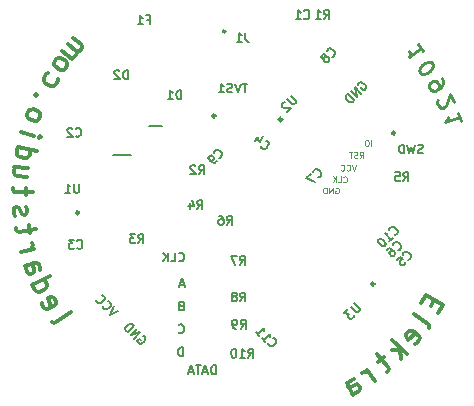
<source format=gbo>
G04 #@! TF.FileFunction,Legend,Bot*
%FSLAX46Y46*%
G04 Gerber Fmt 4.6, Leading zero omitted, Abs format (unit mm)*
G04 Created by KiCad (PCBNEW 4.0.7) date 11/15/18 02:42:05*
%MOMM*%
%LPD*%
G01*
G04 APERTURE LIST*
%ADD10C,0.100000*%
%ADD11C,0.150000*%
%ADD12C,0.250000*%
%ADD13C,0.300000*%
%ADD14C,0.125000*%
%ADD15C,0.200000*%
G04 APERTURE END LIST*
D10*
D11*
X17715000Y4640714D02*
X17715000Y5390714D01*
X17536428Y5390714D01*
X17429285Y5355000D01*
X17357857Y5283571D01*
X17322142Y5212143D01*
X17286428Y5069286D01*
X17286428Y4962143D01*
X17322142Y4819286D01*
X17357857Y4747857D01*
X17429285Y4676429D01*
X17536428Y4640714D01*
X17715000Y4640714D01*
X17000714Y4855000D02*
X16643571Y4855000D01*
X17072142Y4640714D02*
X16822142Y5390714D01*
X16572142Y4640714D01*
X16429285Y5390714D02*
X16000714Y5390714D01*
X16215000Y4640714D02*
X16215000Y5390714D01*
X15786428Y4855000D02*
X15429285Y4855000D01*
X15857856Y4640714D02*
X15607856Y5390714D01*
X15357856Y4640714D01*
X35247857Y23366429D02*
X35140714Y23330714D01*
X34962143Y23330714D01*
X34890714Y23366429D01*
X34855000Y23402143D01*
X34819285Y23473571D01*
X34819285Y23545000D01*
X34855000Y23616429D01*
X34890714Y23652143D01*
X34962143Y23687857D01*
X35105000Y23723571D01*
X35176428Y23759286D01*
X35212143Y23795000D01*
X35247857Y23866429D01*
X35247857Y23937857D01*
X35212143Y24009286D01*
X35176428Y24045000D01*
X35105000Y24080714D01*
X34926428Y24080714D01*
X34819285Y24045000D01*
X34569285Y24080714D02*
X34390714Y23330714D01*
X34247857Y23866429D01*
X34104999Y23330714D01*
X33926428Y24080714D01*
X33640714Y23330714D02*
X33640714Y24080714D01*
X33462142Y24080714D01*
X33354999Y24045000D01*
X33283571Y23973571D01*
X33247856Y23902143D01*
X33212142Y23759286D01*
X33212142Y23652143D01*
X33247856Y23509286D01*
X33283571Y23437857D01*
X33354999Y23366429D01*
X33462142Y23330714D01*
X33640714Y23330714D01*
X29738896Y29149226D02*
X29764150Y29224987D01*
X29839911Y29300749D01*
X29940927Y29351257D01*
X30041942Y29351256D01*
X30117703Y29326003D01*
X30243972Y29250242D01*
X30319734Y29174480D01*
X30395495Y29048211D01*
X30420749Y28972449D01*
X30420749Y28871435D01*
X30370242Y28770419D01*
X30319734Y28719911D01*
X30218718Y28669404D01*
X30168211Y28669404D01*
X29991434Y28846180D01*
X30092449Y28947195D01*
X29991435Y28391612D02*
X29461104Y28921942D01*
X29688388Y28088565D01*
X29158058Y28618896D01*
X29435851Y27836028D02*
X28905521Y28366358D01*
X28779251Y28240089D01*
X28728743Y28139073D01*
X28728744Y28038058D01*
X28753997Y27962297D01*
X28829758Y27836028D01*
X28905520Y27760266D01*
X29031789Y27684505D01*
X29107551Y27659251D01*
X29208565Y27659251D01*
X29309581Y27709758D01*
X29435851Y27836028D01*
X11559226Y7911104D02*
X11634987Y7885850D01*
X11710749Y7810089D01*
X11761257Y7709073D01*
X11761256Y7608058D01*
X11736003Y7532297D01*
X11660242Y7406028D01*
X11584480Y7330266D01*
X11458211Y7254505D01*
X11382449Y7229251D01*
X11281435Y7229251D01*
X11180419Y7279758D01*
X11129911Y7330266D01*
X11079404Y7431282D01*
X11079404Y7481789D01*
X11256180Y7658566D01*
X11357195Y7557551D01*
X10801612Y7658565D02*
X11331942Y8188896D01*
X10498565Y7961612D01*
X11028896Y8491942D01*
X10246028Y8214149D02*
X10776358Y8744479D01*
X10650089Y8870749D01*
X10549073Y8921257D01*
X10448058Y8921256D01*
X10372297Y8896003D01*
X10246028Y8820242D01*
X10170266Y8744480D01*
X10094505Y8618211D01*
X10069251Y8542449D01*
X10069251Y8441435D01*
X10119758Y8340419D01*
X10246028Y8214149D01*
X9457525Y10023313D02*
X8750418Y9669759D01*
X9103971Y10376866D01*
X8144327Y10376866D02*
X8144327Y10326359D01*
X8194834Y10225343D01*
X8245342Y10174835D01*
X8346358Y10124328D01*
X8447372Y10124328D01*
X8523135Y10149581D01*
X8649404Y10225343D01*
X8725165Y10301104D01*
X8800927Y10427373D01*
X8826179Y10503135D01*
X8826180Y10604150D01*
X8775672Y10705165D01*
X8725164Y10755673D01*
X8624149Y10806181D01*
X8573642Y10806181D01*
X7613997Y10907196D02*
X7613997Y10856689D01*
X7664504Y10755673D01*
X7715012Y10705165D01*
X7816028Y10654658D01*
X7917042Y10654658D01*
X7992805Y10679911D01*
X8119073Y10755673D01*
X8194835Y10831435D01*
X8270596Y10957703D01*
X8295849Y11033465D01*
X8295850Y11134480D01*
X8245342Y11235495D01*
X8194834Y11286003D01*
X8093819Y11336511D01*
X8043312Y11336511D01*
X14586428Y14262143D02*
X14622142Y14226429D01*
X14729285Y14190714D01*
X14800714Y14190714D01*
X14907857Y14226429D01*
X14979285Y14297857D01*
X15015000Y14369286D01*
X15050714Y14512143D01*
X15050714Y14619286D01*
X15015000Y14762143D01*
X14979285Y14833571D01*
X14907857Y14905000D01*
X14800714Y14940714D01*
X14729285Y14940714D01*
X14622142Y14905000D01*
X14586428Y14869286D01*
X13907857Y14190714D02*
X14265000Y14190714D01*
X14265000Y14940714D01*
X13657857Y14190714D02*
X13657857Y14940714D01*
X13229285Y14190714D02*
X13550714Y14619286D01*
X13229285Y14940714D02*
X13657857Y14512143D01*
X14946429Y6160714D02*
X14946429Y6910714D01*
X14767857Y6910714D01*
X14660714Y6875000D01*
X14589286Y6803571D01*
X14553571Y6732143D01*
X14517857Y6589286D01*
X14517857Y6482143D01*
X14553571Y6339286D01*
X14589286Y6267857D01*
X14660714Y6196429D01*
X14767857Y6160714D01*
X14946429Y6160714D01*
X14567857Y8182143D02*
X14603571Y8146429D01*
X14710714Y8110714D01*
X14782143Y8110714D01*
X14889286Y8146429D01*
X14960714Y8217857D01*
X14996429Y8289286D01*
X15032143Y8432143D01*
X15032143Y8539286D01*
X14996429Y8682143D01*
X14960714Y8753571D01*
X14889286Y8825000D01*
X14782143Y8860714D01*
X14710714Y8860714D01*
X14603571Y8825000D01*
X14567857Y8789286D01*
X14746429Y10433571D02*
X14639286Y10397857D01*
X14603571Y10362143D01*
X14567857Y10290714D01*
X14567857Y10183571D01*
X14603571Y10112143D01*
X14639286Y10076429D01*
X14710714Y10040714D01*
X14996429Y10040714D01*
X14996429Y10790714D01*
X14746429Y10790714D01*
X14675000Y10755000D01*
X14639286Y10719286D01*
X14603571Y10647857D01*
X14603571Y10576429D01*
X14639286Y10505000D01*
X14675000Y10469286D01*
X14746429Y10433571D01*
X14996429Y10433571D01*
X15032142Y12235000D02*
X14674999Y12235000D01*
X15103570Y12020714D02*
X14853570Y12770714D01*
X14603570Y12020714D01*
D12*
X38481313Y26060486D02*
X38227241Y26758543D01*
X38354277Y26409514D02*
X37132676Y25964888D01*
X37264846Y26144750D01*
X37338843Y26303437D01*
X37354669Y26440954D01*
X36502845Y27824354D02*
X36472902Y27742087D01*
X36469121Y27603716D01*
X36599931Y27323192D01*
X36708361Y27237144D01*
X36790627Y27207202D01*
X36928999Y27203421D01*
X37041209Y27255746D01*
X37183360Y27390337D01*
X37542673Y28377539D01*
X37882780Y27648177D01*
X36838624Y29713770D02*
X36962434Y29499326D01*
X36970727Y29361151D01*
X36948069Y29276588D01*
X36849140Y29076509D01*
X36665648Y28899088D01*
X36236759Y28651469D01*
X36098585Y28643176D01*
X36014021Y28665834D01*
X35898505Y28742104D01*
X35774696Y28956548D01*
X35766402Y29094722D01*
X35789061Y29179286D01*
X35865331Y29294802D01*
X36133386Y29449564D01*
X36271561Y29457858D01*
X36356124Y29435198D01*
X36471640Y29358929D01*
X36595450Y29144485D01*
X36603743Y29006310D01*
X36581085Y28921747D01*
X36504815Y28806231D01*
X34969561Y30246612D02*
X35040575Y30145193D01*
X35162299Y30079281D01*
X35248516Y30064079D01*
X35385441Y30084384D01*
X35623786Y30175703D01*
X35877333Y30353239D01*
X36044663Y30545977D01*
X36110576Y30667700D01*
X36125777Y30753916D01*
X36105472Y30890843D01*
X36034459Y30992261D01*
X35912734Y31058173D01*
X35826519Y31073375D01*
X35689593Y31053070D01*
X35451248Y30961752D01*
X35197700Y30784216D01*
X35030370Y30591478D01*
X34964459Y30469754D01*
X34949256Y30383538D01*
X34969561Y30246612D01*
X35293945Y32015975D02*
X34816446Y32585037D01*
X35055196Y32300505D02*
X34059338Y31464882D01*
X34122020Y31679101D01*
X34137280Y31853527D01*
X34105119Y31988163D01*
D13*
X36199336Y10940932D02*
X35916002Y10450184D01*
X36565750Y9794625D02*
X36970512Y10495693D01*
X35498268Y11345693D01*
X35093506Y10644625D01*
X35752553Y8588596D02*
X35779105Y8767654D01*
X35692913Y8926831D01*
X34499292Y9762613D01*
X34557974Y7218110D02*
X34724058Y7290101D01*
X34932199Y7538153D01*
X34974256Y7714215D01*
X34902264Y7880299D01*
X34406159Y8296580D01*
X34230099Y8338637D01*
X34064015Y8266646D01*
X33855874Y8018594D01*
X33813817Y7842532D01*
X33885808Y7676449D01*
X34009834Y7572379D01*
X34654212Y8088439D01*
X33875119Y6370012D02*
X32673037Y7572093D01*
X33302699Y6713463D02*
X33417183Y5912076D01*
X32615795Y6713464D02*
X33531666Y6713464D01*
X31936902Y6106784D02*
X31440797Y5690502D01*
X31386616Y6384770D02*
X32323249Y5268534D01*
X32365307Y5092473D01*
X32293316Y4926389D01*
X32169290Y4822318D01*
X31164877Y4074827D02*
X30514823Y5003200D01*
X30700553Y4737950D02*
X30541376Y4824143D01*
X30428631Y4844022D01*
X30249574Y4817471D01*
X30116950Y4724606D01*
X29313780Y2919487D02*
X28868542Y3690663D01*
X28857696Y3871352D01*
X28957433Y4022411D01*
X29237860Y4184316D01*
X29418551Y4195161D01*
X29273304Y2989594D02*
X29453993Y3000439D01*
X29804527Y3202820D01*
X29904265Y3353880D01*
X29893419Y3534570D01*
X29812467Y3674783D01*
X29661408Y3774520D01*
X29480718Y3763674D01*
X29130184Y3561293D01*
X28949494Y3550449D01*
X4703555Y32027755D02*
X5571739Y31299262D01*
X5447712Y31403332D02*
X5561760Y31413310D01*
X5727844Y31485301D01*
X5883950Y31671340D01*
X5926007Y31847402D01*
X5854016Y32013485D01*
X5171871Y32585873D01*
X5854016Y32013485D02*
X6030077Y31971429D01*
X6196161Y32043419D01*
X6352267Y32229459D01*
X6394323Y32405520D01*
X6322333Y32571603D01*
X5640188Y33143991D01*
X3889098Y9100372D02*
X4048275Y9014180D01*
X4227332Y9040733D01*
X5420953Y9876515D01*
X3009832Y10691643D02*
X3020677Y10510953D01*
X3182582Y10230526D01*
X3333642Y10130789D01*
X3514332Y10141635D01*
X4075186Y10465444D01*
X4174923Y10616503D01*
X4164078Y10797193D01*
X4002173Y11077620D01*
X3851114Y11177357D01*
X3670425Y11166512D01*
X3530211Y11085559D01*
X3794758Y10303539D01*
X2172735Y12210327D02*
X3713458Y12928778D01*
X2246103Y12244539D02*
X2241158Y12063592D01*
X2378006Y11770120D01*
X2519799Y11657597D01*
X2627378Y11618441D01*
X2808326Y11613498D01*
X3248532Y11818769D01*
X3361056Y11960561D01*
X3400212Y12068140D01*
X3405156Y12249088D01*
X3268308Y12542559D01*
X3126516Y12655082D01*
X1561658Y13793717D02*
X2398433Y14098278D01*
X2578260Y14077582D01*
X2709706Y13953129D01*
X2820455Y13648848D01*
X2799759Y13469020D01*
X1637729Y13821405D02*
X1617033Y13641577D01*
X1755469Y13261225D01*
X1886915Y13136772D01*
X2066743Y13116076D01*
X2218883Y13171451D01*
X2343337Y13302896D01*
X2364032Y13482724D01*
X2225595Y13863076D01*
X2246292Y14042903D01*
X1216620Y14955177D02*
X2311336Y15248506D01*
X1998560Y15164698D02*
X2133996Y15284795D01*
X2191237Y15383942D01*
X2227528Y15561281D01*
X2185624Y15717669D01*
X1999671Y16608949D02*
X1887213Y17246729D01*
X2515556Y16946517D02*
X1080551Y16693487D01*
X907049Y16745095D01*
X799211Y16890483D01*
X771097Y17049928D01*
X727769Y18058642D02*
X633013Y18212874D01*
X604791Y18535452D01*
X671325Y18703796D01*
X825559Y18798551D01*
X906203Y18805607D01*
X1074547Y18739074D01*
X1169302Y18584840D01*
X1190468Y18342907D01*
X1285223Y18188674D01*
X1453568Y18122141D01*
X1534212Y18129196D01*
X1688445Y18223951D01*
X1754979Y18392296D01*
X1733813Y18634229D01*
X1639057Y18788462D01*
X4061718Y31146155D02*
X4035165Y30967097D01*
X4055045Y30854353D01*
X4141238Y30695176D01*
X4539112Y30416582D01*
X4718169Y30390029D01*
X4830913Y30409909D01*
X4990090Y30496101D01*
X5129387Y30695038D01*
X5155940Y30874095D01*
X5136060Y30986840D01*
X5049868Y31146017D01*
X4651994Y31424611D01*
X4472936Y31451164D01*
X4360192Y31431284D01*
X4201015Y31345092D01*
X4061718Y31146155D01*
X3484118Y30129845D02*
X3333059Y30030108D01*
X3171154Y29749681D01*
X3160309Y29568990D01*
X3189939Y29458408D01*
X3289677Y29307349D01*
X3710318Y29064492D01*
X3891008Y29053646D01*
X4001590Y29083276D01*
X4152650Y29183014D01*
X4314555Y29463441D01*
X4325400Y29644131D01*
X2566401Y28250793D02*
X2527245Y28358372D01*
X2419665Y28319217D01*
X2458821Y28211637D01*
X2566401Y28250793D01*
X2419665Y28319217D01*
X1719964Y26641227D02*
X1740661Y26461398D01*
X1789043Y26357641D01*
X1913497Y26226196D01*
X2369919Y26060072D01*
X2549747Y26080768D01*
X2653504Y26129150D01*
X2784950Y26253604D01*
X2868012Y26481815D01*
X2847316Y26661643D01*
X2798933Y26765400D01*
X2674480Y26896846D01*
X2218058Y27062970D01*
X2038229Y27042274D01*
X1934472Y26993891D01*
X1803026Y26869438D01*
X1719964Y26641227D01*
X1242133Y25140036D02*
X2336849Y24846708D01*
X2884207Y24700044D02*
X2785061Y24642802D01*
X2727819Y24741948D01*
X2826965Y24799189D01*
X2884207Y24700044D01*
X2727819Y24741948D01*
X928785Y23844372D02*
X2602958Y23549171D01*
X1008508Y23830315D02*
X900671Y23684928D01*
X844442Y23366038D01*
X896050Y23192535D01*
X961715Y23098756D01*
X1107104Y22990919D01*
X1585438Y22906576D01*
X1758941Y22958183D01*
X1852720Y23023848D01*
X1960558Y23169236D01*
X2016787Y23488127D01*
X1965178Y23661628D01*
X1795319Y22068801D02*
X666298Y22167578D01*
X1731820Y21343003D02*
X844733Y21420613D01*
X690499Y21515368D01*
X623965Y21683712D01*
X645132Y21925645D01*
X739888Y22079878D01*
X827587Y22153467D01*
X1684286Y19786191D02*
X1684286Y20433810D01*
X2250952Y20029048D02*
X793810Y20029048D01*
X631905Y20110000D01*
X550952Y20271905D01*
X550952Y20433810D01*
D14*
X28517619Y20931429D02*
X28541429Y20907619D01*
X28612857Y20883810D01*
X28660476Y20883810D01*
X28731905Y20907619D01*
X28779524Y20955238D01*
X28803333Y21002857D01*
X28827143Y21098095D01*
X28827143Y21169524D01*
X28803333Y21264762D01*
X28779524Y21312381D01*
X28731905Y21360000D01*
X28660476Y21383810D01*
X28612857Y21383810D01*
X28541429Y21360000D01*
X28517619Y21336190D01*
X28065238Y20883810D02*
X28303333Y20883810D01*
X28303333Y21383810D01*
X27898571Y20883810D02*
X27898571Y21383810D01*
X27612857Y20883810D02*
X27827143Y21169524D01*
X27612857Y21383810D02*
X27898571Y21098095D01*
D11*
D14*
X29903809Y22953810D02*
X30070476Y23191905D01*
X30189523Y22953810D02*
X30189523Y23453810D01*
X29999047Y23453810D01*
X29951428Y23430000D01*
X29927619Y23406190D01*
X29903809Y23358571D01*
X29903809Y23287143D01*
X29927619Y23239524D01*
X29951428Y23215714D01*
X29999047Y23191905D01*
X30189523Y23191905D01*
X29713333Y22977619D02*
X29641904Y22953810D01*
X29522857Y22953810D01*
X29475238Y22977619D01*
X29451428Y23001429D01*
X29427619Y23049048D01*
X29427619Y23096667D01*
X29451428Y23144286D01*
X29475238Y23168095D01*
X29522857Y23191905D01*
X29618095Y23215714D01*
X29665714Y23239524D01*
X29689523Y23263333D01*
X29713333Y23310952D01*
X29713333Y23358571D01*
X29689523Y23406190D01*
X29665714Y23430000D01*
X29618095Y23453810D01*
X29499047Y23453810D01*
X29427619Y23430000D01*
X29284762Y23453810D02*
X28999048Y23453810D01*
X29141905Y22953810D02*
X29141905Y23453810D01*
D11*
D14*
X29586666Y22383810D02*
X29419999Y21883810D01*
X29253333Y22383810D01*
X28800952Y21931429D02*
X28824762Y21907619D01*
X28896190Y21883810D01*
X28943809Y21883810D01*
X29015238Y21907619D01*
X29062857Y21955238D01*
X29086666Y22002857D01*
X29110476Y22098095D01*
X29110476Y22169524D01*
X29086666Y22264762D01*
X29062857Y22312381D01*
X29015238Y22360000D01*
X28943809Y22383810D01*
X28896190Y22383810D01*
X28824762Y22360000D01*
X28800952Y22336190D01*
X28300952Y21931429D02*
X28324762Y21907619D01*
X28396190Y21883810D01*
X28443809Y21883810D01*
X28515238Y21907619D01*
X28562857Y21955238D01*
X28586666Y22002857D01*
X28610476Y22098095D01*
X28610476Y22169524D01*
X28586666Y22264762D01*
X28562857Y22312381D01*
X28515238Y22360000D01*
X28443809Y22383810D01*
X28396190Y22383810D01*
X28324762Y22360000D01*
X28300952Y22336190D01*
D11*
D14*
X30881904Y23963810D02*
X30881904Y24463810D01*
X30548571Y24463810D02*
X30453333Y24463810D01*
X30405714Y24440000D01*
X30358095Y24392381D01*
X30334286Y24297143D01*
X30334286Y24130476D01*
X30358095Y24035238D01*
X30405714Y23987619D01*
X30453333Y23963810D01*
X30548571Y23963810D01*
X30596190Y23987619D01*
X30643809Y24035238D01*
X30667619Y24130476D01*
X30667619Y24297143D01*
X30643809Y24392381D01*
X30596190Y24440000D01*
X30548571Y24463810D01*
D11*
D14*
X27850953Y20420000D02*
X27898572Y20443810D01*
X27970000Y20443810D01*
X28041429Y20420000D01*
X28089048Y20372381D01*
X28112857Y20324762D01*
X28136667Y20229524D01*
X28136667Y20158095D01*
X28112857Y20062857D01*
X28089048Y20015238D01*
X28041429Y19967619D01*
X27970000Y19943810D01*
X27922381Y19943810D01*
X27850953Y19967619D01*
X27827143Y19991429D01*
X27827143Y20158095D01*
X27922381Y20158095D01*
X27612857Y19943810D02*
X27612857Y20443810D01*
X27327143Y19943810D01*
X27327143Y20443810D01*
X27089047Y19943810D02*
X27089047Y20443810D01*
X26970000Y20443810D01*
X26898571Y20420000D01*
X26850952Y20372381D01*
X26827143Y20324762D01*
X26803333Y20229524D01*
X26803333Y20158095D01*
X26827143Y20062857D01*
X26850952Y20015238D01*
X26898571Y19967619D01*
X26970000Y19943810D01*
X27089047Y19943810D01*
D11*
D12*
X31143191Y12285591D02*
G75*
G03X31143191Y12285591I-141421J0D01*
G01*
X6141421Y18310000D02*
G75*
G03X6141421Y18310000I-141421J0D01*
G01*
D15*
X8995000Y23220000D02*
X10545000Y23220000D01*
X13170000Y25695000D02*
X12070000Y25695000D01*
D12*
X23337068Y26212703D02*
G75*
G03X23337068Y26212703I-141421J0D01*
G01*
X17706421Y26520000D02*
G75*
G03X17706421Y26520000I-141421J0D01*
G01*
X18525000Y33675000D02*
G75*
G03X18525000Y33675000I-100000J0D01*
G01*
X32907654Y25058398D02*
G75*
G03X32907654Y25058398I-141422J0D01*
G01*
D11*
X26397791Y21308985D02*
X26448298Y21308985D01*
X26549314Y21359492D01*
X26599822Y21410000D01*
X26650329Y21511016D01*
X26650329Y21612030D01*
X26625075Y21687793D01*
X26549314Y21814061D01*
X26473552Y21889823D01*
X26347284Y21965584D01*
X26271522Y21990837D01*
X26170507Y21990838D01*
X26069492Y21940330D01*
X26018984Y21889822D01*
X25968476Y21788807D01*
X25968476Y21738300D01*
X25741192Y21612030D02*
X25387639Y21258477D01*
X26145253Y20955431D01*
X11879477Y34655789D02*
X12129477Y34655789D01*
X12129477Y34262932D02*
X12129477Y35012932D01*
X11772334Y35012932D01*
X11093762Y34262932D02*
X11522334Y34262932D01*
X11308048Y34262932D02*
X11308048Y35012932D01*
X11379477Y34905789D01*
X11450905Y34834361D01*
X11522334Y34798647D01*
X18655000Y17300714D02*
X18905000Y17657857D01*
X19083572Y17300714D02*
X19083572Y18050714D01*
X18797857Y18050714D01*
X18726429Y18015000D01*
X18690714Y17979286D01*
X18655000Y17907857D01*
X18655000Y17800714D01*
X18690714Y17729286D01*
X18726429Y17693571D01*
X18797857Y17657857D01*
X19083572Y17657857D01*
X18012143Y18050714D02*
X18155000Y18050714D01*
X18226429Y18015000D01*
X18262143Y17979286D01*
X18333572Y17872143D01*
X18369286Y17729286D01*
X18369286Y17443571D01*
X18333572Y17372143D01*
X18297857Y17336429D01*
X18226429Y17300714D01*
X18083572Y17300714D01*
X18012143Y17336429D01*
X17976429Y17372143D01*
X17940714Y17443571D01*
X17940714Y17622143D01*
X17976429Y17693571D01*
X18012143Y17729286D01*
X18083572Y17765000D01*
X18226429Y17765000D01*
X18297857Y17729286D01*
X18333572Y17693571D01*
X18369286Y17622143D01*
X19745000Y13920714D02*
X19995000Y14277857D01*
X20173572Y13920714D02*
X20173572Y14670714D01*
X19887857Y14670714D01*
X19816429Y14635000D01*
X19780714Y14599286D01*
X19745000Y14527857D01*
X19745000Y14420714D01*
X19780714Y14349286D01*
X19816429Y14313571D01*
X19887857Y14277857D01*
X20173572Y14277857D01*
X19495000Y14670714D02*
X18995000Y14670714D01*
X19316429Y13920714D01*
X19775000Y10800714D02*
X20025000Y11157857D01*
X20203572Y10800714D02*
X20203572Y11550714D01*
X19917857Y11550714D01*
X19846429Y11515000D01*
X19810714Y11479286D01*
X19775000Y11407857D01*
X19775000Y11300714D01*
X19810714Y11229286D01*
X19846429Y11193571D01*
X19917857Y11157857D01*
X20203572Y11157857D01*
X19346429Y11229286D02*
X19417857Y11265000D01*
X19453572Y11300714D01*
X19489286Y11372143D01*
X19489286Y11407857D01*
X19453572Y11479286D01*
X19417857Y11515000D01*
X19346429Y11550714D01*
X19203572Y11550714D01*
X19132143Y11515000D01*
X19096429Y11479286D01*
X19060714Y11407857D01*
X19060714Y11372143D01*
X19096429Y11300714D01*
X19132143Y11265000D01*
X19203572Y11229286D01*
X19346429Y11229286D01*
X19417857Y11193571D01*
X19453572Y11157857D01*
X19489286Y11086429D01*
X19489286Y10943571D01*
X19453572Y10872143D01*
X19417857Y10836429D01*
X19346429Y10800714D01*
X19203572Y10800714D01*
X19132143Y10836429D01*
X19096429Y10872143D01*
X19060714Y10943571D01*
X19060714Y11086429D01*
X19096429Y11157857D01*
X19132143Y11193571D01*
X19203572Y11229286D01*
X19815000Y8510714D02*
X20065000Y8867857D01*
X20243572Y8510714D02*
X20243572Y9260714D01*
X19957857Y9260714D01*
X19886429Y9225000D01*
X19850714Y9189286D01*
X19815000Y9117857D01*
X19815000Y9010714D01*
X19850714Y8939286D01*
X19886429Y8903571D01*
X19957857Y8867857D01*
X20243572Y8867857D01*
X19457857Y8510714D02*
X19315000Y8510714D01*
X19243572Y8546429D01*
X19207857Y8582143D01*
X19136429Y8689286D01*
X19100714Y8832143D01*
X19100714Y9117857D01*
X19136429Y9189286D01*
X19172143Y9225000D01*
X19243572Y9260714D01*
X19386429Y9260714D01*
X19457857Y9225000D01*
X19493572Y9189286D01*
X19529286Y9117857D01*
X19529286Y8939286D01*
X19493572Y8867857D01*
X19457857Y8832143D01*
X19386429Y8796429D01*
X19243572Y8796429D01*
X19172143Y8832143D01*
X19136429Y8867857D01*
X19100714Y8939286D01*
X20462143Y6050714D02*
X20712143Y6407857D01*
X20890715Y6050714D02*
X20890715Y6800714D01*
X20605000Y6800714D01*
X20533572Y6765000D01*
X20497857Y6729286D01*
X20462143Y6657857D01*
X20462143Y6550714D01*
X20497857Y6479286D01*
X20533572Y6443571D01*
X20605000Y6407857D01*
X20890715Y6407857D01*
X19747857Y6050714D02*
X20176429Y6050714D01*
X19962143Y6050714D02*
X19962143Y6800714D01*
X20033572Y6693571D01*
X20105000Y6622143D01*
X20176429Y6586429D01*
X19283571Y6800714D02*
X19212143Y6800714D01*
X19140714Y6765000D01*
X19105000Y6729286D01*
X19069286Y6657857D01*
X19033571Y6515000D01*
X19033571Y6336429D01*
X19069286Y6193571D01*
X19105000Y6122143D01*
X19140714Y6086429D01*
X19212143Y6050714D01*
X19283571Y6050714D01*
X19355000Y6086429D01*
X19390714Y6122143D01*
X19426429Y6193571D01*
X19462143Y6336429D01*
X19462143Y6515000D01*
X19426429Y6657857D01*
X19390714Y6729286D01*
X19355000Y6765000D01*
X19283571Y6800714D01*
X16145000Y18600714D02*
X16395000Y18957857D01*
X16573572Y18600714D02*
X16573572Y19350714D01*
X16287857Y19350714D01*
X16216429Y19315000D01*
X16180714Y19279286D01*
X16145000Y19207857D01*
X16145000Y19100714D01*
X16180714Y19029286D01*
X16216429Y18993571D01*
X16287857Y18957857D01*
X16573572Y18957857D01*
X15502143Y19100714D02*
X15502143Y18600714D01*
X15680714Y19386429D02*
X15859286Y18850714D01*
X15395000Y18850714D01*
X11155000Y15750714D02*
X11405000Y16107857D01*
X11583572Y15750714D02*
X11583572Y16500714D01*
X11297857Y16500714D01*
X11226429Y16465000D01*
X11190714Y16429286D01*
X11155000Y16357857D01*
X11155000Y16250714D01*
X11190714Y16179286D01*
X11226429Y16143571D01*
X11297857Y16107857D01*
X11583572Y16107857D01*
X10905000Y16500714D02*
X10440714Y16500714D01*
X10690714Y16215000D01*
X10583572Y16215000D01*
X10512143Y16179286D01*
X10476429Y16143571D01*
X10440714Y16072143D01*
X10440714Y15893571D01*
X10476429Y15822143D01*
X10512143Y15786429D01*
X10583572Y15750714D01*
X10797857Y15750714D01*
X10869286Y15786429D01*
X10905000Y15822143D01*
X16265000Y21570714D02*
X16515000Y21927857D01*
X16693572Y21570714D02*
X16693572Y22320714D01*
X16407857Y22320714D01*
X16336429Y22285000D01*
X16300714Y22249286D01*
X16265000Y22177857D01*
X16265000Y22070714D01*
X16300714Y21999286D01*
X16336429Y21963571D01*
X16407857Y21927857D01*
X16693572Y21927857D01*
X15979286Y22249286D02*
X15943572Y22285000D01*
X15872143Y22320714D01*
X15693572Y22320714D01*
X15622143Y22285000D01*
X15586429Y22249286D01*
X15550714Y22177857D01*
X15550714Y22106429D01*
X15586429Y21999286D01*
X16015000Y21570714D01*
X15550714Y21570714D01*
X26875000Y34730714D02*
X27125000Y35087857D01*
X27303572Y34730714D02*
X27303572Y35480714D01*
X27017857Y35480714D01*
X26946429Y35445000D01*
X26910714Y35409286D01*
X26875000Y35337857D01*
X26875000Y35230714D01*
X26910714Y35159286D01*
X26946429Y35123571D01*
X27017857Y35087857D01*
X27303572Y35087857D01*
X26160714Y34730714D02*
X26589286Y34730714D01*
X26375000Y34730714D02*
X26375000Y35480714D01*
X26446429Y35373571D01*
X26517857Y35302143D01*
X26589286Y35266429D01*
X17987792Y22978985D02*
X18038299Y22978985D01*
X18139315Y23029492D01*
X18189823Y23080000D01*
X18240330Y23181016D01*
X18240330Y23282030D01*
X18215076Y23357793D01*
X18139315Y23484061D01*
X18063553Y23559823D01*
X17937285Y23635584D01*
X17861523Y23660837D01*
X17760508Y23660838D01*
X17659493Y23610330D01*
X17608985Y23559822D01*
X17558477Y23458807D01*
X17558477Y23408300D01*
X17785762Y22675939D02*
X17684746Y22574924D01*
X17608985Y22549671D01*
X17558477Y22549670D01*
X17432208Y22574924D01*
X17305939Y22650685D01*
X17103908Y22852715D01*
X17078655Y22928478D01*
X17078655Y22978985D01*
X17103909Y23054746D01*
X17204924Y23155762D01*
X17280685Y23181015D01*
X17331193Y23181016D01*
X17406955Y23155762D01*
X17533223Y23029493D01*
X17558478Y22953731D01*
X17558477Y22903223D01*
X17533223Y22827462D01*
X17432208Y22726447D01*
X17356447Y22701193D01*
X17305939Y22701193D01*
X17230177Y22726447D01*
X27557792Y31538985D02*
X27608299Y31538985D01*
X27709315Y31589492D01*
X27759823Y31640000D01*
X27810330Y31741016D01*
X27810330Y31842030D01*
X27785076Y31917793D01*
X27709315Y32044061D01*
X27633553Y32119823D01*
X27507285Y32195584D01*
X27431523Y32220837D01*
X27330508Y32220838D01*
X27229493Y32170330D01*
X27178985Y32119822D01*
X27128477Y32018807D01*
X27128477Y31968300D01*
X27002208Y31488478D02*
X27027462Y31564238D01*
X27027462Y31614746D01*
X27002208Y31690508D01*
X26976955Y31715762D01*
X26901193Y31741016D01*
X26850685Y31741015D01*
X26774924Y31715762D01*
X26673909Y31614746D01*
X26648655Y31538985D01*
X26648655Y31488478D01*
X26673908Y31412715D01*
X26699162Y31387462D01*
X26774924Y31362208D01*
X26825431Y31362208D01*
X26901193Y31387462D01*
X27002208Y31488478D01*
X27077970Y31513731D01*
X27128478Y31513731D01*
X27204238Y31488478D01*
X27305254Y31387462D01*
X27330508Y31311701D01*
X27330507Y31261193D01*
X27305254Y31185431D01*
X27204239Y31084416D01*
X27128477Y31059163D01*
X27077970Y31059163D01*
X27002208Y31084416D01*
X26901192Y31185431D01*
X26875939Y31261193D01*
X26875939Y31311700D01*
X26901193Y31387462D01*
X33977792Y14328985D02*
X34028299Y14328985D01*
X34129315Y14379492D01*
X34179823Y14430000D01*
X34230330Y14531016D01*
X34230330Y14632030D01*
X34205076Y14707793D01*
X34129315Y14834061D01*
X34053553Y14909823D01*
X33927285Y14985584D01*
X33851523Y15010837D01*
X33750508Y15010838D01*
X33649493Y14960330D01*
X33598985Y14909822D01*
X33548477Y14808807D01*
X33548477Y14758300D01*
X33018148Y14328985D02*
X33270686Y14581523D01*
X33548478Y14354238D01*
X33497970Y14354239D01*
X33422208Y14328985D01*
X33295939Y14202716D01*
X33270685Y14126955D01*
X33270686Y14076447D01*
X33295939Y14000685D01*
X33422208Y13874416D01*
X33497970Y13849163D01*
X33548477Y13849163D01*
X33624239Y13874416D01*
X33750508Y14000685D01*
X33775762Y14076447D01*
X33775762Y14126955D01*
X21508985Y23972208D02*
X21508985Y23921701D01*
X21559492Y23820685D01*
X21610000Y23770177D01*
X21711016Y23719670D01*
X21812030Y23719670D01*
X21887793Y23744924D01*
X22014061Y23820685D01*
X22089823Y23896447D01*
X22165584Y24022715D01*
X22190837Y24098477D01*
X22190838Y24199492D01*
X22140330Y24300507D01*
X22089822Y24351015D01*
X21988807Y24401523D01*
X21938300Y24401523D01*
X21357462Y24729822D02*
X21003908Y24376269D01*
X21685762Y24805584D02*
X21433223Y24300507D01*
X21104924Y24628807D01*
X5965000Y15322143D02*
X6000714Y15286429D01*
X6107857Y15250714D01*
X6179286Y15250714D01*
X6286429Y15286429D01*
X6357857Y15357857D01*
X6393572Y15429286D01*
X6429286Y15572143D01*
X6429286Y15679286D01*
X6393572Y15822143D01*
X6357857Y15893571D01*
X6286429Y15965000D01*
X6179286Y16000714D01*
X6107857Y16000714D01*
X6000714Y15965000D01*
X5965000Y15929286D01*
X5715000Y16000714D02*
X5250714Y16000714D01*
X5500714Y15715000D01*
X5393572Y15715000D01*
X5322143Y15679286D01*
X5286429Y15643571D01*
X5250714Y15572143D01*
X5250714Y15393571D01*
X5286429Y15322143D01*
X5322143Y15286429D01*
X5393572Y15250714D01*
X5607857Y15250714D01*
X5679286Y15286429D01*
X5715000Y15322143D01*
X5845000Y24822143D02*
X5880714Y24786429D01*
X5987857Y24750714D01*
X6059286Y24750714D01*
X6166429Y24786429D01*
X6237857Y24857857D01*
X6273572Y24929286D01*
X6309286Y25072143D01*
X6309286Y25179286D01*
X6273572Y25322143D01*
X6237857Y25393571D01*
X6166429Y25465000D01*
X6059286Y25500714D01*
X5987857Y25500714D01*
X5880714Y25465000D01*
X5845000Y25429286D01*
X5559286Y25429286D02*
X5523572Y25465000D01*
X5452143Y25500714D01*
X5273572Y25500714D01*
X5202143Y25465000D01*
X5166429Y25429286D01*
X5130714Y25357857D01*
X5130714Y25286429D01*
X5166429Y25179286D01*
X5595000Y24750714D01*
X5130714Y24750714D01*
X25185000Y34792143D02*
X25220714Y34756429D01*
X25327857Y34720714D01*
X25399286Y34720714D01*
X25506429Y34756429D01*
X25577857Y34827857D01*
X25613572Y34899286D01*
X25649286Y35042143D01*
X25649286Y35149286D01*
X25613572Y35292143D01*
X25577857Y35363571D01*
X25506429Y35435000D01*
X25399286Y35470714D01*
X25327857Y35470714D01*
X25220714Y35435000D01*
X25185000Y35399286D01*
X24470714Y34720714D02*
X24899286Y34720714D01*
X24685000Y34720714D02*
X24685000Y35470714D01*
X24756429Y35363571D01*
X24827857Y35292143D01*
X24899286Y35256429D01*
X29433643Y10634479D02*
X29862958Y10205164D01*
X29888211Y10129403D01*
X29888211Y10078895D01*
X29862957Y10003133D01*
X29761942Y9902118D01*
X29686180Y9876865D01*
X29635672Y9876864D01*
X29559911Y9902118D01*
X29130596Y10331433D01*
X28928566Y10129403D02*
X28600266Y9801103D01*
X28979073Y9775849D01*
X28903313Y9700088D01*
X28878058Y9624327D01*
X28878059Y9573819D01*
X28903312Y9498057D01*
X29029581Y9371788D01*
X29105343Y9346535D01*
X29155850Y9346535D01*
X29231612Y9371788D01*
X29383135Y9523311D01*
X29408388Y9599073D01*
X29408388Y9649580D01*
X33127792Y15138985D02*
X33178299Y15138985D01*
X33279315Y15189492D01*
X33329823Y15240000D01*
X33380330Y15341016D01*
X33380330Y15442030D01*
X33355076Y15517793D01*
X33279315Y15644061D01*
X33203553Y15719823D01*
X33077285Y15795584D01*
X33001523Y15820837D01*
X32900508Y15820838D01*
X32799493Y15770330D01*
X32748985Y15719822D01*
X32698477Y15618807D01*
X32698477Y15568300D01*
X32193401Y15164238D02*
X32294416Y15265254D01*
X32370178Y15290508D01*
X32420685Y15290508D01*
X32546955Y15265254D01*
X32673223Y15189493D01*
X32875254Y14987462D01*
X32900508Y14911701D01*
X32900507Y14861193D01*
X32875254Y14785431D01*
X32774239Y14684416D01*
X32698477Y14659163D01*
X32647970Y14659163D01*
X32572208Y14684416D01*
X32445939Y14810685D01*
X32420686Y14886447D01*
X32420685Y14936955D01*
X32445939Y15012716D01*
X32546955Y15113731D01*
X32622715Y15138985D01*
X32673224Y15138985D01*
X32748985Y15113731D01*
X32850330Y16441523D02*
X32900837Y16441523D01*
X33001853Y16492030D01*
X33052361Y16542538D01*
X33102868Y16643554D01*
X33102868Y16744569D01*
X33077615Y16820331D01*
X33001853Y16946600D01*
X32926092Y17022361D01*
X32799823Y17098123D01*
X32724061Y17123376D01*
X32623046Y17123376D01*
X32522031Y17072868D01*
X32471523Y17022360D01*
X32421015Y16921345D01*
X32421015Y16870838D01*
X32395762Y15885939D02*
X32698808Y16188985D01*
X32547285Y16037462D02*
X32016955Y16567792D01*
X32143224Y16542538D01*
X32244238Y16542538D01*
X32320000Y16567793D01*
X31537132Y16087969D02*
X31486624Y16037462D01*
X31461370Y15961700D01*
X31461370Y15911193D01*
X31486624Y15835431D01*
X31562385Y15709162D01*
X31688654Y15582893D01*
X31814924Y15507132D01*
X31890685Y15481878D01*
X31941192Y15481878D01*
X32016955Y15507132D01*
X32067462Y15557639D01*
X32092715Y15633401D01*
X32092715Y15683908D01*
X32067462Y15759670D01*
X31991700Y15885939D01*
X31865431Y16012208D01*
X31739163Y16087970D01*
X31663400Y16113223D01*
X31612893Y16113223D01*
X31537132Y16087969D01*
X22171523Y7249670D02*
X22171523Y7199163D01*
X22222030Y7098147D01*
X22272538Y7047639D01*
X22373554Y6997132D01*
X22474569Y6997132D01*
X22550331Y7022385D01*
X22676600Y7098147D01*
X22752361Y7173908D01*
X22828123Y7300177D01*
X22853376Y7375939D01*
X22853376Y7476954D01*
X22802868Y7577969D01*
X22752360Y7628477D01*
X22651345Y7678985D01*
X22600838Y7678985D01*
X21615939Y7704238D02*
X21918985Y7401192D01*
X21767462Y7552715D02*
X22297792Y8083045D01*
X22272538Y7956776D01*
X22272538Y7855762D01*
X22297793Y7780000D01*
X21110862Y8209315D02*
X21413908Y7906269D01*
X21262385Y8057792D02*
X21792715Y8588122D01*
X21767462Y8461852D01*
X21767462Y8360838D01*
X21792716Y8285076D01*
X33595000Y20990714D02*
X33845000Y21347857D01*
X34023572Y20990714D02*
X34023572Y21740714D01*
X33737857Y21740714D01*
X33666429Y21705000D01*
X33630714Y21669286D01*
X33595000Y21597857D01*
X33595000Y21490714D01*
X33630714Y21419286D01*
X33666429Y21383571D01*
X33737857Y21347857D01*
X34023572Y21347857D01*
X32916429Y21740714D02*
X33273572Y21740714D01*
X33309286Y21383571D01*
X33273572Y21419286D01*
X33202143Y21455000D01*
X33023572Y21455000D01*
X32952143Y21419286D01*
X32916429Y21383571D01*
X32880714Y21312143D01*
X32880714Y21133571D01*
X32916429Y21062143D01*
X32952143Y21026429D01*
X33023572Y20990714D01*
X33202143Y20990714D01*
X33273572Y21026429D01*
X33309286Y21062143D01*
X6131429Y20750714D02*
X6131429Y20143571D01*
X6095714Y20072143D01*
X6060000Y20036429D01*
X5988571Y20000714D01*
X5845714Y20000714D01*
X5774286Y20036429D01*
X5738571Y20072143D01*
X5702857Y20143571D01*
X5702857Y20750714D01*
X4952857Y20000714D02*
X5381429Y20000714D01*
X5167143Y20000714D02*
X5167143Y20750714D01*
X5238572Y20643571D01*
X5310000Y20572143D01*
X5381429Y20536429D01*
X10273572Y29620714D02*
X10273572Y30370714D01*
X10095000Y30370714D01*
X9987857Y30335000D01*
X9916429Y30263571D01*
X9880714Y30192143D01*
X9845000Y30049286D01*
X9845000Y29942143D01*
X9880714Y29799286D01*
X9916429Y29727857D01*
X9987857Y29656429D01*
X10095000Y29620714D01*
X10273572Y29620714D01*
X9559286Y30299286D02*
X9523572Y30335000D01*
X9452143Y30370714D01*
X9273572Y30370714D01*
X9202143Y30335000D01*
X9166429Y30299286D01*
X9130714Y30227857D01*
X9130714Y30156429D01*
X9166429Y30049286D01*
X9595000Y29620714D01*
X9130714Y29620714D01*
X14783572Y27930714D02*
X14783572Y28680714D01*
X14605000Y28680714D01*
X14497857Y28645000D01*
X14426429Y28573571D01*
X14390714Y28502143D01*
X14355000Y28359286D01*
X14355000Y28252143D01*
X14390714Y28109286D01*
X14426429Y28037857D01*
X14497857Y27966429D01*
X14605000Y27930714D01*
X14783572Y27930714D01*
X13640714Y27930714D02*
X14069286Y27930714D01*
X13855000Y27930714D02*
X13855000Y28680714D01*
X13926429Y28573571D01*
X13997857Y28502143D01*
X14069286Y28466429D01*
X24043643Y28234480D02*
X24472958Y27805165D01*
X24498211Y27729404D01*
X24498211Y27678896D01*
X24472957Y27603134D01*
X24371942Y27502119D01*
X24296180Y27476866D01*
X24245672Y27476865D01*
X24169911Y27502119D01*
X23740596Y27931434D01*
X23563820Y27653643D02*
X23513313Y27653643D01*
X23437551Y27628388D01*
X23311282Y27502120D01*
X23286028Y27426358D01*
X23286028Y27375851D01*
X23311282Y27300089D01*
X23361789Y27249581D01*
X23462805Y27199074D01*
X24068896Y27199073D01*
X23740596Y26870774D01*
X20400000Y29250714D02*
X19971429Y29250714D01*
X20185715Y28500714D02*
X20185715Y29250714D01*
X19828571Y29250714D02*
X19578571Y28500714D01*
X19328571Y29250714D01*
X19114286Y28536429D02*
X19007143Y28500714D01*
X18828572Y28500714D01*
X18757143Y28536429D01*
X18721429Y28572143D01*
X18685714Y28643571D01*
X18685714Y28715000D01*
X18721429Y28786429D01*
X18757143Y28822143D01*
X18828572Y28857857D01*
X18971429Y28893571D01*
X19042857Y28929286D01*
X19078572Y28965000D01*
X19114286Y29036429D01*
X19114286Y29107857D01*
X19078572Y29179286D01*
X19042857Y29215000D01*
X18971429Y29250714D01*
X18792857Y29250714D01*
X18685714Y29215000D01*
X17971428Y28500714D02*
X18400000Y28500714D01*
X18185714Y28500714D02*
X18185714Y29250714D01*
X18257143Y29143571D01*
X18328571Y29072143D01*
X18400000Y29036429D01*
X20230000Y33540714D02*
X20230000Y33005000D01*
X20265714Y32897857D01*
X20337143Y32826429D01*
X20444286Y32790714D01*
X20515714Y32790714D01*
X19479999Y32790714D02*
X19908571Y32790714D01*
X19694285Y32790714D02*
X19694285Y33540714D01*
X19765714Y33433571D01*
X19837142Y33362143D01*
X19908571Y33326429D01*
M02*

</source>
